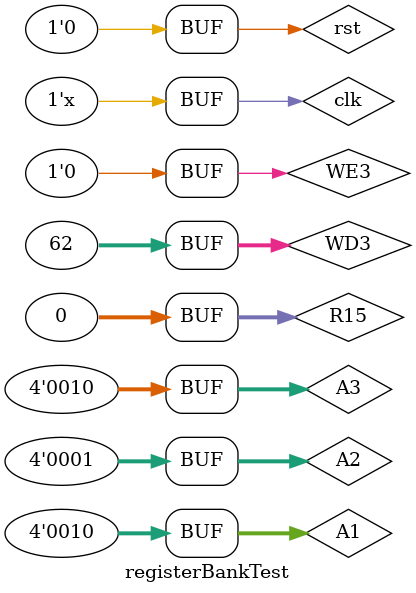
<source format=sv>
module registerBankTest();
	logic clk,rst;
	logic [3:0] A1,A2,A3;
	logic WE3;
	logic [31:0] R15,WD3;
	logic [31:0] RD1,RD2;
	
	registerBank myregisterBank(.clk(clk),.rst(rst), .A1(A1), .A2(A2), .A3(A3), .WE3(WE3),.WD3(WD3),.R15(R15),.RD1(RD1),.RD2(RD2));
	
	always begin
	
		#10;
		clk=!clk;
	
	end
	initial begin
		rst=1;
		clk=0;
		A1=0;
		A2=1;
		A3=2;
		WE3=0;
		WD3=0;
		R15=0;
		
		#10; //posedge
		rst=0;
		WE3=1;
		WD3=32'h3e;
		
		#10;//negedge
		A1=2;
		
		
		#10; //posedge
		WE3=0;
		
		#100;
		
	end

endmodule 
</source>
